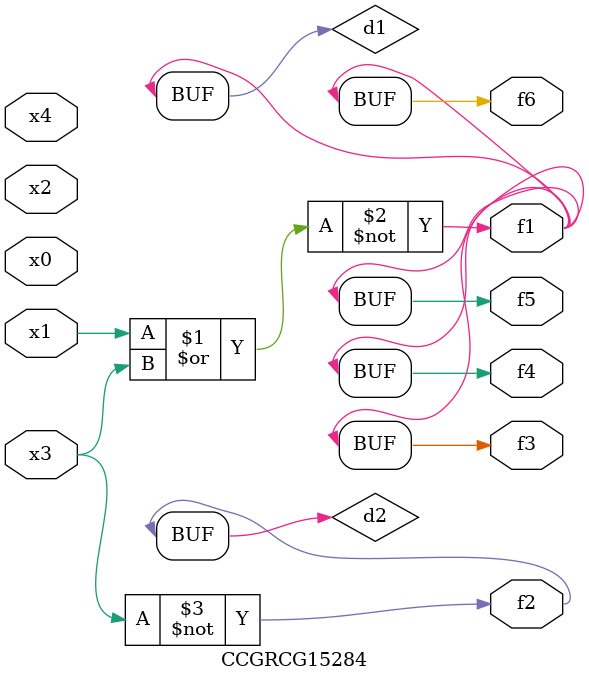
<source format=v>
module CCGRCG15284(
	input x0, x1, x2, x3, x4,
	output f1, f2, f3, f4, f5, f6
);

	wire d1, d2;

	nor (d1, x1, x3);
	not (d2, x3);
	assign f1 = d1;
	assign f2 = d2;
	assign f3 = d1;
	assign f4 = d1;
	assign f5 = d1;
	assign f6 = d1;
endmodule

</source>
